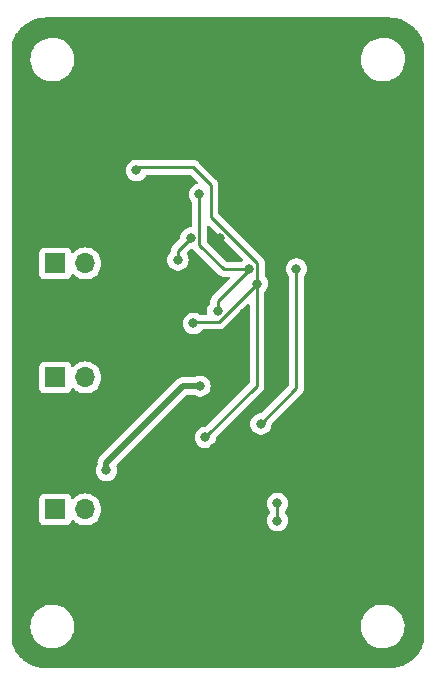
<source format=gbl>
G04 #@! TF.GenerationSoftware,KiCad,Pcbnew,7.0.10*
G04 #@! TF.CreationDate,2024-11-08T18:26:31-05:00*
G04 #@! TF.ProjectId,Novel Mechanism 1 Board,4e6f7665-6c20-44d6-9563-68616e69736d,rev?*
G04 #@! TF.SameCoordinates,Original*
G04 #@! TF.FileFunction,Copper,L2,Bot*
G04 #@! TF.FilePolarity,Positive*
%FSLAX46Y46*%
G04 Gerber Fmt 4.6, Leading zero omitted, Abs format (unit mm)*
G04 Created by KiCad (PCBNEW 7.0.10) date 2024-11-08 18:26:31*
%MOMM*%
%LPD*%
G01*
G04 APERTURE LIST*
G04 #@! TA.AperFunction,ComponentPad*
%ADD10R,1.700000X1.700000*%
G04 #@! TD*
G04 #@! TA.AperFunction,ComponentPad*
%ADD11O,1.700000X1.700000*%
G04 #@! TD*
G04 #@! TA.AperFunction,ViaPad*
%ADD12C,0.800000*%
G04 #@! TD*
G04 #@! TA.AperFunction,Conductor*
%ADD13C,0.500000*%
G04 #@! TD*
G04 #@! TA.AperFunction,Conductor*
%ADD14C,0.250000*%
G04 #@! TD*
G04 APERTURE END LIST*
D10*
X23368000Y-50546000D03*
D11*
X25908000Y-50546000D03*
D10*
X23368000Y-61722000D03*
D11*
X25908000Y-61722000D03*
D10*
X23363000Y-40894000D03*
D11*
X25903000Y-40894000D03*
D12*
X27686000Y-58420000D03*
X35610800Y-51282600D03*
X27940000Y-43180000D03*
X31242000Y-60960000D03*
X23495000Y-30480000D03*
X33020000Y-45085000D03*
X28956000Y-64262000D03*
X32385000Y-62230000D03*
X31115000Y-56515000D03*
X51308000Y-55880000D03*
X26035000Y-29210000D03*
X44450000Y-54610000D03*
X29210000Y-53975000D03*
X41910000Y-33020000D03*
X43815000Y-40005000D03*
X46482000Y-39880000D03*
X36830000Y-57785000D03*
X29845000Y-59690000D03*
X48260000Y-31750000D03*
X34290000Y-57785000D03*
X31115000Y-46355000D03*
X45085000Y-30480000D03*
X32258000Y-35306000D03*
X29210000Y-29210000D03*
X38735000Y-36830000D03*
X29845000Y-64770000D03*
X38735000Y-29210000D03*
X29845000Y-52705000D03*
X42164000Y-66294000D03*
X41910000Y-45085000D03*
X36830000Y-56515000D03*
X43815000Y-38735000D03*
X45720000Y-51435000D03*
X38100000Y-56515000D03*
X33892300Y-42687597D03*
X35560000Y-53975000D03*
X34290000Y-53340000D03*
X35560000Y-29210000D03*
X45085000Y-36195000D03*
X29210000Y-44450000D03*
X39370000Y-45085000D03*
X20955000Y-37465000D03*
X38735000Y-33020000D03*
X27305000Y-38100000D03*
X24130000Y-52705000D03*
X20955000Y-64135000D03*
X28320250Y-52450250D03*
X32385000Y-29210000D03*
X25543700Y-48087399D03*
X41910000Y-40005000D03*
X31115000Y-44450000D03*
X38100000Y-57785000D03*
X42824400Y-58572400D03*
X41910000Y-36195000D03*
X38100000Y-55245000D03*
X46228000Y-59182000D03*
X41910000Y-29210000D03*
X51308000Y-33020000D03*
X37338000Y-38771178D03*
X27940000Y-61595000D03*
X42418000Y-46482000D03*
X20955000Y-34925000D03*
X21590000Y-32385000D03*
X35052000Y-45974000D03*
X36068000Y-55626000D03*
X40466200Y-42591200D03*
X30226000Y-33020000D03*
X40767000Y-54483000D03*
X39741200Y-41372000D03*
X43775321Y-41372000D03*
X35560000Y-35052000D03*
X37127558Y-44904536D03*
X42164000Y-61214000D03*
X42164000Y-62664000D03*
X34835000Y-38735000D03*
X33745000Y-40589200D03*
D13*
X34159499Y-51282600D02*
X27686000Y-57756099D01*
X35610800Y-51282600D02*
X34159499Y-51282600D01*
X27686000Y-57756099D02*
X27686000Y-58420000D01*
D14*
X35052000Y-32766000D02*
X36544527Y-34258527D01*
X37215000Y-45842400D02*
X40466200Y-42591200D01*
X40466200Y-40874073D02*
X40466200Y-42591200D01*
X36544527Y-34258527D02*
X36544527Y-36952400D01*
X35183600Y-45842400D02*
X37215000Y-45842400D01*
X36068000Y-55626000D02*
X40440800Y-51253200D01*
X40440800Y-51253200D02*
X40440800Y-42616600D01*
X36544527Y-36952400D02*
X40466200Y-40874073D01*
X35052000Y-45974000D02*
X35183600Y-45842400D01*
X40440800Y-42616600D02*
X40466200Y-42591200D01*
X30226000Y-33020000D02*
X30480000Y-32766000D01*
X30480000Y-32766000D02*
X35052000Y-32766000D01*
X37127558Y-44101642D02*
X37127558Y-44904536D01*
X35560000Y-39319200D02*
X35560000Y-35052000D01*
X39741200Y-41372000D02*
X39741200Y-41488000D01*
X39741200Y-41372000D02*
X37612800Y-41372000D01*
X39741200Y-41488000D02*
X37127558Y-44101642D01*
X40767000Y-54483000D02*
X43775321Y-51474679D01*
X37612800Y-41372000D02*
X35560000Y-39319200D01*
X43775321Y-51474679D02*
X43775321Y-41372000D01*
X42164000Y-62664000D02*
X42164000Y-61214000D01*
X33745000Y-39825000D02*
X34835000Y-38735000D01*
X33745000Y-40589200D02*
X33745000Y-39825000D01*
G04 #@! TA.AperFunction,Conductor*
G36*
X36390703Y-37683612D02*
G01*
X36397180Y-37689643D01*
X37803964Y-39096428D01*
X39189813Y-40482277D01*
X39223298Y-40543600D01*
X39218314Y-40613292D01*
X39176442Y-40669225D01*
X39175019Y-40670275D01*
X39135328Y-40699112D01*
X39135326Y-40699114D01*
X39129600Y-40705474D01*
X39070113Y-40742121D01*
X39037452Y-40746500D01*
X37923252Y-40746500D01*
X37856213Y-40726815D01*
X37835571Y-40710181D01*
X36221819Y-39096428D01*
X36188334Y-39035105D01*
X36185500Y-39008747D01*
X36185500Y-37777325D01*
X36205185Y-37710286D01*
X36257989Y-37664531D01*
X36327147Y-37654587D01*
X36390703Y-37683612D01*
G37*
G04 #@! TD.AperFunction*
G04 #@! TA.AperFunction,Conductor*
G36*
X51664043Y-20066669D02*
G01*
X51794179Y-20073490D01*
X51974708Y-20083628D01*
X51987109Y-20084955D01*
X52135790Y-20108504D01*
X52137045Y-20108709D01*
X52296124Y-20135738D01*
X52307406Y-20138202D01*
X52456435Y-20178134D01*
X52458561Y-20178725D01*
X52609974Y-20222347D01*
X52620060Y-20225729D01*
X52765510Y-20281562D01*
X52768399Y-20282714D01*
X52912568Y-20342430D01*
X52921394Y-20346500D01*
X53060864Y-20417565D01*
X53064548Y-20419521D01*
X53154648Y-20469316D01*
X53200348Y-20494574D01*
X53207861Y-20499081D01*
X53339554Y-20584604D01*
X53343747Y-20587452D01*
X53469947Y-20676996D01*
X53476228Y-20681759D01*
X53598367Y-20780665D01*
X53602958Y-20784571D01*
X53718224Y-20887579D01*
X53723278Y-20892358D01*
X53834440Y-21003520D01*
X53839219Y-21008574D01*
X53942227Y-21123840D01*
X53946133Y-21128431D01*
X54045039Y-21250570D01*
X54049802Y-21256851D01*
X54139346Y-21383051D01*
X54142209Y-21387266D01*
X54227707Y-21518921D01*
X54232230Y-21526460D01*
X54307277Y-21662250D01*
X54309233Y-21665934D01*
X54380298Y-21805404D01*
X54384375Y-21814247D01*
X54444059Y-21958337D01*
X54445262Y-21961353D01*
X54501065Y-22106727D01*
X54504455Y-22116836D01*
X54548058Y-22268185D01*
X54548679Y-22270419D01*
X54588591Y-22419371D01*
X54591064Y-22430693D01*
X54608248Y-22531826D01*
X54610000Y-22552598D01*
X54610000Y-72672000D01*
X54608248Y-72692772D01*
X54591064Y-72793906D01*
X54588591Y-72805228D01*
X54548679Y-72954179D01*
X54548058Y-72956413D01*
X54504455Y-73107762D01*
X54501065Y-73117871D01*
X54445262Y-73263245D01*
X54444059Y-73266261D01*
X54384375Y-73410351D01*
X54380298Y-73419194D01*
X54309233Y-73558664D01*
X54307277Y-73562348D01*
X54232230Y-73698138D01*
X54227697Y-73705694D01*
X54142212Y-73837328D01*
X54139346Y-73841547D01*
X54049802Y-73967747D01*
X54045039Y-73974028D01*
X53946133Y-74096167D01*
X53942227Y-74100758D01*
X53839219Y-74216024D01*
X53834440Y-74221078D01*
X53723278Y-74332240D01*
X53718224Y-74337019D01*
X53602958Y-74440027D01*
X53598367Y-74443933D01*
X53476228Y-74542839D01*
X53469947Y-74547602D01*
X53343747Y-74637146D01*
X53339528Y-74640012D01*
X53207894Y-74725497D01*
X53200338Y-74730030D01*
X53064548Y-74805077D01*
X53060864Y-74807033D01*
X52921394Y-74878098D01*
X52912551Y-74882175D01*
X52768461Y-74941859D01*
X52765445Y-74943062D01*
X52620071Y-74998865D01*
X52609962Y-75002255D01*
X52458613Y-75045858D01*
X52456379Y-75046479D01*
X52307428Y-75086391D01*
X52296104Y-75088864D01*
X52137083Y-75115882D01*
X52135711Y-75116107D01*
X51987132Y-75139640D01*
X51974687Y-75140972D01*
X51794377Y-75151098D01*
X51793914Y-75151123D01*
X51664043Y-75157930D01*
X51657553Y-75158100D01*
X22561247Y-75158100D01*
X22554757Y-75157930D01*
X22424884Y-75151123D01*
X22424421Y-75151098D01*
X22244111Y-75140972D01*
X22231666Y-75139640D01*
X22083087Y-75116107D01*
X22081715Y-75115882D01*
X21922694Y-75088864D01*
X21911370Y-75086391D01*
X21762419Y-75046479D01*
X21760185Y-75045858D01*
X21608836Y-75002255D01*
X21598727Y-74998865D01*
X21453353Y-74943062D01*
X21450337Y-74941859D01*
X21306247Y-74882175D01*
X21297404Y-74878098D01*
X21157934Y-74807033D01*
X21154250Y-74805077D01*
X21018460Y-74730030D01*
X21010921Y-74725507D01*
X20879266Y-74640009D01*
X20875051Y-74637146D01*
X20748851Y-74547602D01*
X20742570Y-74542839D01*
X20620431Y-74443933D01*
X20615840Y-74440027D01*
X20500574Y-74337019D01*
X20495520Y-74332240D01*
X20384358Y-74221078D01*
X20379579Y-74216024D01*
X20276571Y-74100758D01*
X20272665Y-74096167D01*
X20173759Y-73974028D01*
X20168996Y-73967747D01*
X20079452Y-73841547D01*
X20076604Y-73837354D01*
X19991081Y-73705661D01*
X19986568Y-73698138D01*
X19911521Y-73562348D01*
X19909565Y-73558664D01*
X19838500Y-73419194D01*
X19834430Y-73410368D01*
X19774714Y-73266199D01*
X19773562Y-73263310D01*
X19717729Y-73117860D01*
X19714345Y-73107768D01*
X19689846Y-73022728D01*
X19685000Y-72988401D01*
X19685000Y-71692763D01*
X21255787Y-71692763D01*
X21285413Y-71962013D01*
X21285415Y-71962024D01*
X21336676Y-72158100D01*
X21353928Y-72224088D01*
X21459870Y-72473390D01*
X21581080Y-72672000D01*
X21600979Y-72704605D01*
X21600986Y-72704615D01*
X21774253Y-72912819D01*
X21774259Y-72912824D01*
X21879240Y-73006887D01*
X21975998Y-73093582D01*
X22201910Y-73243044D01*
X22447176Y-73358020D01*
X22447183Y-73358022D01*
X22447185Y-73358023D01*
X22706557Y-73436057D01*
X22706564Y-73436058D01*
X22706569Y-73436060D01*
X22974561Y-73475500D01*
X22974566Y-73475500D01*
X23177629Y-73475500D01*
X23177631Y-73475500D01*
X23177636Y-73475499D01*
X23177648Y-73475499D01*
X23215191Y-73472750D01*
X23380156Y-73460677D01*
X23492758Y-73435593D01*
X23644546Y-73401782D01*
X23644548Y-73401781D01*
X23644553Y-73401780D01*
X23897558Y-73305014D01*
X24133777Y-73172441D01*
X24348177Y-73006888D01*
X24536186Y-72811881D01*
X24693799Y-72591579D01*
X24767787Y-72447669D01*
X24817649Y-72350690D01*
X24817651Y-72350684D01*
X24817656Y-72350675D01*
X24905118Y-72094305D01*
X24954319Y-71827933D01*
X24959259Y-71692763D01*
X49225787Y-71692763D01*
X49255413Y-71962013D01*
X49255415Y-71962024D01*
X49306676Y-72158100D01*
X49323928Y-72224088D01*
X49429870Y-72473390D01*
X49551080Y-72672000D01*
X49570979Y-72704605D01*
X49570986Y-72704615D01*
X49744253Y-72912819D01*
X49744259Y-72912824D01*
X49849240Y-73006887D01*
X49945998Y-73093582D01*
X50171910Y-73243044D01*
X50417176Y-73358020D01*
X50417183Y-73358022D01*
X50417185Y-73358023D01*
X50676557Y-73436057D01*
X50676564Y-73436058D01*
X50676569Y-73436060D01*
X50944561Y-73475500D01*
X50944566Y-73475500D01*
X51147629Y-73475500D01*
X51147631Y-73475500D01*
X51147636Y-73475499D01*
X51147648Y-73475499D01*
X51185191Y-73472750D01*
X51350156Y-73460677D01*
X51462758Y-73435593D01*
X51614546Y-73401782D01*
X51614548Y-73401781D01*
X51614553Y-73401780D01*
X51867558Y-73305014D01*
X52103777Y-73172441D01*
X52318177Y-73006888D01*
X52506186Y-72811881D01*
X52663799Y-72591579D01*
X52737787Y-72447669D01*
X52787649Y-72350690D01*
X52787651Y-72350684D01*
X52787656Y-72350675D01*
X52875118Y-72094305D01*
X52924319Y-71827933D01*
X52934212Y-71557235D01*
X52904586Y-71287982D01*
X52836072Y-71025912D01*
X52730130Y-70776610D01*
X52589018Y-70545390D01*
X52499747Y-70438119D01*
X52415746Y-70337180D01*
X52415740Y-70337175D01*
X52214002Y-70156418D01*
X51988092Y-70006957D01*
X51988090Y-70006956D01*
X51742824Y-69891980D01*
X51742819Y-69891978D01*
X51742814Y-69891976D01*
X51483442Y-69813942D01*
X51483428Y-69813939D01*
X51367791Y-69796921D01*
X51215439Y-69774500D01*
X51012369Y-69774500D01*
X51012351Y-69774500D01*
X50809844Y-69789323D01*
X50809831Y-69789325D01*
X50545453Y-69848217D01*
X50545446Y-69848220D01*
X50292439Y-69944987D01*
X50056226Y-70077557D01*
X49841822Y-70243112D01*
X49653822Y-70438109D01*
X49653816Y-70438116D01*
X49496202Y-70658419D01*
X49496199Y-70658424D01*
X49372350Y-70899309D01*
X49372343Y-70899327D01*
X49284884Y-71155685D01*
X49284881Y-71155699D01*
X49235681Y-71422068D01*
X49235680Y-71422075D01*
X49225787Y-71692763D01*
X24959259Y-71692763D01*
X24964212Y-71557235D01*
X24934586Y-71287982D01*
X24866072Y-71025912D01*
X24760130Y-70776610D01*
X24619018Y-70545390D01*
X24529747Y-70438119D01*
X24445746Y-70337180D01*
X24445740Y-70337175D01*
X24244002Y-70156418D01*
X24018092Y-70006957D01*
X24018090Y-70006956D01*
X23772824Y-69891980D01*
X23772819Y-69891978D01*
X23772814Y-69891976D01*
X23513442Y-69813942D01*
X23513428Y-69813939D01*
X23397791Y-69796921D01*
X23245439Y-69774500D01*
X23042369Y-69774500D01*
X23042351Y-69774500D01*
X22839844Y-69789323D01*
X22839831Y-69789325D01*
X22575453Y-69848217D01*
X22575446Y-69848220D01*
X22322439Y-69944987D01*
X22086226Y-70077557D01*
X21871822Y-70243112D01*
X21683822Y-70438109D01*
X21683816Y-70438116D01*
X21526202Y-70658419D01*
X21526199Y-70658424D01*
X21402350Y-70899309D01*
X21402343Y-70899327D01*
X21314884Y-71155685D01*
X21314881Y-71155699D01*
X21265681Y-71422068D01*
X21265680Y-71422075D01*
X21255787Y-71692763D01*
X19685000Y-71692763D01*
X19685000Y-62619870D01*
X22017500Y-62619870D01*
X22017501Y-62619876D01*
X22023908Y-62679483D01*
X22074202Y-62814328D01*
X22074206Y-62814335D01*
X22160452Y-62929544D01*
X22160455Y-62929547D01*
X22275664Y-63015793D01*
X22275671Y-63015797D01*
X22410517Y-63066091D01*
X22410516Y-63066091D01*
X22417444Y-63066835D01*
X22470127Y-63072500D01*
X24265872Y-63072499D01*
X24325483Y-63066091D01*
X24460331Y-63015796D01*
X24575546Y-62929546D01*
X24661796Y-62814331D01*
X24710810Y-62682916D01*
X24752681Y-62626984D01*
X24818145Y-62602566D01*
X24886418Y-62617417D01*
X24914673Y-62638569D01*
X25036599Y-62760495D01*
X25133384Y-62828265D01*
X25230165Y-62896032D01*
X25230167Y-62896033D01*
X25230170Y-62896035D01*
X25444337Y-62995903D01*
X25672592Y-63057063D01*
X25849034Y-63072500D01*
X25907999Y-63077659D01*
X25908000Y-63077659D01*
X25908001Y-63077659D01*
X25966966Y-63072500D01*
X26143408Y-63057063D01*
X26371663Y-62995903D01*
X26585830Y-62896035D01*
X26779401Y-62760495D01*
X26875896Y-62664000D01*
X41258540Y-62664000D01*
X41278326Y-62852256D01*
X41278327Y-62852259D01*
X41336818Y-63032277D01*
X41336821Y-63032284D01*
X41431467Y-63196216D01*
X41558129Y-63336888D01*
X41711265Y-63448148D01*
X41711270Y-63448151D01*
X41884192Y-63525142D01*
X41884197Y-63525144D01*
X42069354Y-63564500D01*
X42069355Y-63564500D01*
X42258644Y-63564500D01*
X42258646Y-63564500D01*
X42443803Y-63525144D01*
X42616730Y-63448151D01*
X42769871Y-63336888D01*
X42896533Y-63196216D01*
X42991179Y-63032284D01*
X43049674Y-62852256D01*
X43069460Y-62664000D01*
X43049674Y-62475744D01*
X42991179Y-62295716D01*
X42896533Y-62131784D01*
X42821350Y-62048284D01*
X42791120Y-61985292D01*
X42789500Y-61965312D01*
X42789500Y-61912687D01*
X42809185Y-61845648D01*
X42821350Y-61829715D01*
X42839891Y-61809122D01*
X42896533Y-61746216D01*
X42991179Y-61582284D01*
X43049674Y-61402256D01*
X43069460Y-61214000D01*
X43049674Y-61025744D01*
X42991179Y-60845716D01*
X42896533Y-60681784D01*
X42769871Y-60541112D01*
X42733181Y-60514455D01*
X42616734Y-60429851D01*
X42616729Y-60429848D01*
X42443807Y-60352857D01*
X42443802Y-60352855D01*
X42298001Y-60321865D01*
X42258646Y-60313500D01*
X42069354Y-60313500D01*
X42036897Y-60320398D01*
X41884197Y-60352855D01*
X41884192Y-60352857D01*
X41711270Y-60429848D01*
X41711265Y-60429851D01*
X41558129Y-60541111D01*
X41431466Y-60681785D01*
X41336821Y-60845715D01*
X41336818Y-60845722D01*
X41278327Y-61025740D01*
X41278326Y-61025744D01*
X41258540Y-61214000D01*
X41278326Y-61402256D01*
X41278327Y-61402259D01*
X41336818Y-61582277D01*
X41336821Y-61582284D01*
X41431467Y-61746216D01*
X41474772Y-61794310D01*
X41506650Y-61829715D01*
X41536880Y-61892706D01*
X41538500Y-61912687D01*
X41538500Y-61965312D01*
X41518815Y-62032351D01*
X41506650Y-62048284D01*
X41431466Y-62131784D01*
X41336821Y-62295715D01*
X41336818Y-62295722D01*
X41278327Y-62475740D01*
X41278326Y-62475744D01*
X41258540Y-62664000D01*
X26875896Y-62664000D01*
X26946495Y-62593401D01*
X27082035Y-62399830D01*
X27181903Y-62185663D01*
X27243063Y-61957408D01*
X27263659Y-61722000D01*
X27243063Y-61486592D01*
X27181903Y-61258337D01*
X27082035Y-61044171D01*
X27069133Y-61025744D01*
X26946494Y-60850597D01*
X26779402Y-60683506D01*
X26779395Y-60683501D01*
X26776944Y-60681785D01*
X26702518Y-60629671D01*
X26585834Y-60547967D01*
X26585830Y-60547965D01*
X26571132Y-60541111D01*
X26371663Y-60448097D01*
X26371659Y-60448096D01*
X26371655Y-60448094D01*
X26143413Y-60386938D01*
X26143403Y-60386936D01*
X25908001Y-60366341D01*
X25907999Y-60366341D01*
X25672596Y-60386936D01*
X25672586Y-60386938D01*
X25444344Y-60448094D01*
X25444335Y-60448098D01*
X25230171Y-60547964D01*
X25230169Y-60547965D01*
X25036600Y-60683503D01*
X24914673Y-60805430D01*
X24853350Y-60838914D01*
X24783658Y-60833930D01*
X24727725Y-60792058D01*
X24710810Y-60761081D01*
X24661797Y-60629671D01*
X24661793Y-60629664D01*
X24575547Y-60514455D01*
X24575544Y-60514452D01*
X24460335Y-60428206D01*
X24460328Y-60428202D01*
X24325482Y-60377908D01*
X24325483Y-60377908D01*
X24265883Y-60371501D01*
X24265881Y-60371500D01*
X24265873Y-60371500D01*
X24265864Y-60371500D01*
X22470129Y-60371500D01*
X22470123Y-60371501D01*
X22410516Y-60377908D01*
X22275671Y-60428202D01*
X22275664Y-60428206D01*
X22160455Y-60514452D01*
X22160452Y-60514455D01*
X22074206Y-60629664D01*
X22074202Y-60629671D01*
X22023908Y-60764517D01*
X22017501Y-60824116D01*
X22017500Y-60824135D01*
X22017500Y-62619870D01*
X19685000Y-62619870D01*
X19685000Y-58420000D01*
X26780540Y-58420000D01*
X26800326Y-58608256D01*
X26800327Y-58608259D01*
X26858818Y-58788277D01*
X26858821Y-58788284D01*
X26953467Y-58952216D01*
X27080129Y-59092888D01*
X27233265Y-59204148D01*
X27233270Y-59204151D01*
X27406192Y-59281142D01*
X27406197Y-59281144D01*
X27591354Y-59320500D01*
X27591355Y-59320500D01*
X27780644Y-59320500D01*
X27780646Y-59320500D01*
X27965803Y-59281144D01*
X28138730Y-59204151D01*
X28291871Y-59092888D01*
X28418533Y-58952216D01*
X28513179Y-58788284D01*
X28571674Y-58608256D01*
X28591460Y-58420000D01*
X28571674Y-58231744D01*
X28521594Y-58077617D01*
X28519600Y-58007778D01*
X28551843Y-57951622D01*
X34434048Y-52069419D01*
X34495371Y-52035934D01*
X34521729Y-52033100D01*
X35071463Y-52033100D01*
X35138502Y-52052785D01*
X35144348Y-52056782D01*
X35158065Y-52066748D01*
X35158070Y-52066751D01*
X35330992Y-52143742D01*
X35330997Y-52143744D01*
X35516154Y-52183100D01*
X35516155Y-52183100D01*
X35705444Y-52183100D01*
X35705446Y-52183100D01*
X35890603Y-52143744D01*
X36063530Y-52066751D01*
X36216671Y-51955488D01*
X36343333Y-51814816D01*
X36437979Y-51650884D01*
X36496474Y-51470856D01*
X36516260Y-51282600D01*
X36496474Y-51094344D01*
X36437979Y-50914316D01*
X36343333Y-50750384D01*
X36216671Y-50609712D01*
X36208907Y-50604071D01*
X36063534Y-50498451D01*
X36063529Y-50498448D01*
X35890607Y-50421457D01*
X35890602Y-50421455D01*
X35744801Y-50390465D01*
X35705446Y-50382100D01*
X35516154Y-50382100D01*
X35483697Y-50388998D01*
X35330997Y-50421455D01*
X35330992Y-50421457D01*
X35158070Y-50498448D01*
X35158065Y-50498451D01*
X35144348Y-50508418D01*
X35078542Y-50531898D01*
X35071463Y-50532100D01*
X34223204Y-50532100D01*
X34205234Y-50530791D01*
X34181471Y-50527310D01*
X34134342Y-50531434D01*
X34132129Y-50531628D01*
X34121323Y-50532100D01*
X34115783Y-50532100D01*
X34085000Y-50535698D01*
X34081415Y-50536064D01*
X34006698Y-50542601D01*
X33999631Y-50544060D01*
X33999619Y-50544004D01*
X33992262Y-50545635D01*
X33992276Y-50545692D01*
X33985239Y-50547360D01*
X33914730Y-50573021D01*
X33911329Y-50574203D01*
X33840167Y-50597784D01*
X33833625Y-50600835D01*
X33833600Y-50600783D01*
X33826807Y-50604071D01*
X33826833Y-50604122D01*
X33820385Y-50607360D01*
X33757727Y-50648570D01*
X33754690Y-50650505D01*
X33690843Y-50689888D01*
X33685176Y-50694369D01*
X33685140Y-50694323D01*
X33679297Y-50699084D01*
X33679334Y-50699128D01*
X33673809Y-50703764D01*
X33622347Y-50758309D01*
X33619835Y-50760894D01*
X27200358Y-57180371D01*
X27186729Y-57192150D01*
X27167469Y-57206489D01*
X27135632Y-57244430D01*
X27128346Y-57252383D01*
X27124407Y-57256323D01*
X27105176Y-57280644D01*
X27102902Y-57283436D01*
X27054694Y-57340889D01*
X27050729Y-57346918D01*
X27050682Y-57346887D01*
X27046630Y-57353246D01*
X27046679Y-57353276D01*
X27042889Y-57359420D01*
X27011192Y-57427393D01*
X27009623Y-57430635D01*
X26975957Y-57497671D01*
X26973488Y-57504456D01*
X26973432Y-57504435D01*
X26970960Y-57511549D01*
X26971015Y-57511568D01*
X26968743Y-57518424D01*
X26953573Y-57591887D01*
X26952793Y-57595403D01*
X26935499Y-57668378D01*
X26934661Y-57675553D01*
X26934601Y-57675546D01*
X26933835Y-57683044D01*
X26933895Y-57683050D01*
X26933265Y-57690239D01*
X26935448Y-57765227D01*
X26935500Y-57768834D01*
X26935500Y-57885677D01*
X26918887Y-57947677D01*
X26858821Y-58051714D01*
X26850404Y-58077620D01*
X26800326Y-58231744D01*
X26780540Y-58420000D01*
X19685000Y-58420000D01*
X19685000Y-51443870D01*
X22017500Y-51443870D01*
X22017501Y-51443876D01*
X22023908Y-51503483D01*
X22074202Y-51638328D01*
X22074206Y-51638335D01*
X22160452Y-51753544D01*
X22160455Y-51753547D01*
X22275664Y-51839793D01*
X22275671Y-51839797D01*
X22410517Y-51890091D01*
X22410516Y-51890091D01*
X22417444Y-51890835D01*
X22470127Y-51896500D01*
X24265872Y-51896499D01*
X24325483Y-51890091D01*
X24460331Y-51839796D01*
X24575546Y-51753546D01*
X24661796Y-51638331D01*
X24710810Y-51506916D01*
X24752681Y-51450984D01*
X24818145Y-51426566D01*
X24886418Y-51441417D01*
X24914673Y-51462569D01*
X25036599Y-51584495D01*
X25130971Y-51650575D01*
X25230165Y-51720032D01*
X25230167Y-51720033D01*
X25230170Y-51720035D01*
X25444337Y-51819903D01*
X25672592Y-51881063D01*
X25849034Y-51896500D01*
X25907999Y-51901659D01*
X25908000Y-51901659D01*
X25908001Y-51901659D01*
X25966966Y-51896500D01*
X26143408Y-51881063D01*
X26371663Y-51819903D01*
X26585830Y-51720035D01*
X26779401Y-51584495D01*
X26946495Y-51417401D01*
X27082035Y-51223830D01*
X27181903Y-51009663D01*
X27243063Y-50781408D01*
X27263659Y-50546000D01*
X27243063Y-50310592D01*
X27181903Y-50082337D01*
X27082035Y-49868171D01*
X26946495Y-49674599D01*
X26946494Y-49674597D01*
X26779402Y-49507506D01*
X26779395Y-49507501D01*
X26585834Y-49371967D01*
X26585830Y-49371965D01*
X26585828Y-49371964D01*
X26371663Y-49272097D01*
X26371659Y-49272096D01*
X26371655Y-49272094D01*
X26143413Y-49210938D01*
X26143403Y-49210936D01*
X25908001Y-49190341D01*
X25907999Y-49190341D01*
X25672596Y-49210936D01*
X25672586Y-49210938D01*
X25444344Y-49272094D01*
X25444335Y-49272098D01*
X25230171Y-49371964D01*
X25230169Y-49371965D01*
X25036600Y-49507503D01*
X24914673Y-49629430D01*
X24853350Y-49662914D01*
X24783658Y-49657930D01*
X24727725Y-49616058D01*
X24710810Y-49585081D01*
X24661797Y-49453671D01*
X24661793Y-49453664D01*
X24575547Y-49338455D01*
X24575544Y-49338452D01*
X24460335Y-49252206D01*
X24460328Y-49252202D01*
X24325482Y-49201908D01*
X24325483Y-49201908D01*
X24265883Y-49195501D01*
X24265881Y-49195500D01*
X24265873Y-49195500D01*
X24265864Y-49195500D01*
X22470129Y-49195500D01*
X22470123Y-49195501D01*
X22410516Y-49201908D01*
X22275671Y-49252202D01*
X22275664Y-49252206D01*
X22160455Y-49338452D01*
X22160452Y-49338455D01*
X22074206Y-49453664D01*
X22074202Y-49453671D01*
X22023908Y-49588517D01*
X22017501Y-49648116D01*
X22017500Y-49648135D01*
X22017500Y-51443870D01*
X19685000Y-51443870D01*
X19685000Y-41791870D01*
X22012500Y-41791870D01*
X22012501Y-41791876D01*
X22018908Y-41851483D01*
X22069202Y-41986328D01*
X22069206Y-41986335D01*
X22155452Y-42101544D01*
X22155455Y-42101547D01*
X22270664Y-42187793D01*
X22270671Y-42187797D01*
X22405517Y-42238091D01*
X22405516Y-42238091D01*
X22412444Y-42238835D01*
X22465127Y-42244500D01*
X24260872Y-42244499D01*
X24320483Y-42238091D01*
X24455331Y-42187796D01*
X24570546Y-42101546D01*
X24656796Y-41986331D01*
X24705810Y-41854916D01*
X24747681Y-41798984D01*
X24813145Y-41774566D01*
X24881418Y-41789417D01*
X24909673Y-41810569D01*
X25031599Y-41932495D01*
X25108925Y-41986639D01*
X25225165Y-42068032D01*
X25225167Y-42068033D01*
X25225170Y-42068035D01*
X25439337Y-42167903D01*
X25667592Y-42229063D01*
X25844034Y-42244500D01*
X25902999Y-42249659D01*
X25903000Y-42249659D01*
X25903001Y-42249659D01*
X25961966Y-42244500D01*
X26138408Y-42229063D01*
X26366663Y-42167903D01*
X26580830Y-42068035D01*
X26774401Y-41932495D01*
X26941495Y-41765401D01*
X27077035Y-41571830D01*
X27176903Y-41357663D01*
X27238063Y-41129408D01*
X27258659Y-40894000D01*
X27238063Y-40658592D01*
X27176903Y-40430337D01*
X27077035Y-40216171D01*
X26941495Y-40022599D01*
X26941494Y-40022597D01*
X26774402Y-39855506D01*
X26774395Y-39855501D01*
X26580834Y-39719967D01*
X26580830Y-39719965D01*
X26545894Y-39703674D01*
X26366663Y-39620097D01*
X26366659Y-39620096D01*
X26366655Y-39620094D01*
X26138413Y-39558938D01*
X26138403Y-39558936D01*
X25903001Y-39538341D01*
X25902999Y-39538341D01*
X25667596Y-39558936D01*
X25667586Y-39558938D01*
X25439344Y-39620094D01*
X25439335Y-39620098D01*
X25225171Y-39719964D01*
X25225169Y-39719965D01*
X25031600Y-39855503D01*
X24909673Y-39977430D01*
X24848350Y-40010914D01*
X24778658Y-40005930D01*
X24722725Y-39964058D01*
X24705810Y-39933081D01*
X24656797Y-39801671D01*
X24656793Y-39801664D01*
X24570547Y-39686455D01*
X24570544Y-39686452D01*
X24455335Y-39600206D01*
X24455328Y-39600202D01*
X24320482Y-39549908D01*
X24320483Y-39549908D01*
X24260883Y-39543501D01*
X24260881Y-39543500D01*
X24260873Y-39543500D01*
X24260864Y-39543500D01*
X22465129Y-39543500D01*
X22465123Y-39543501D01*
X22405516Y-39549908D01*
X22270671Y-39600202D01*
X22270664Y-39600206D01*
X22155455Y-39686452D01*
X22155452Y-39686455D01*
X22069206Y-39801664D01*
X22069202Y-39801671D01*
X22018908Y-39936517D01*
X22012501Y-39996116D01*
X22012500Y-39996135D01*
X22012500Y-41791870D01*
X19685000Y-41791870D01*
X19685000Y-33020000D01*
X29320540Y-33020000D01*
X29340326Y-33208256D01*
X29340327Y-33208259D01*
X29398818Y-33388277D01*
X29398821Y-33388284D01*
X29493467Y-33552216D01*
X29620129Y-33692888D01*
X29773265Y-33804148D01*
X29773270Y-33804151D01*
X29946192Y-33881142D01*
X29946197Y-33881144D01*
X30131354Y-33920500D01*
X30131355Y-33920500D01*
X30320644Y-33920500D01*
X30320646Y-33920500D01*
X30505803Y-33881144D01*
X30678730Y-33804151D01*
X30831871Y-33692888D01*
X30958533Y-33552216D01*
X30971002Y-33530617D01*
X31015527Y-33453500D01*
X31066094Y-33405284D01*
X31122914Y-33391500D01*
X34741548Y-33391500D01*
X34808587Y-33411185D01*
X34829229Y-33427819D01*
X35376072Y-33974663D01*
X35409557Y-34035986D01*
X35404573Y-34105678D01*
X35362701Y-34161611D01*
X35314173Y-34183634D01*
X35280196Y-34190856D01*
X35280192Y-34190857D01*
X35107270Y-34267848D01*
X35107265Y-34267851D01*
X34954129Y-34379111D01*
X34827466Y-34519785D01*
X34732821Y-34683715D01*
X34732818Y-34683722D01*
X34674327Y-34863740D01*
X34674326Y-34863744D01*
X34654540Y-35052000D01*
X34674326Y-35240256D01*
X34674327Y-35240259D01*
X34732818Y-35420277D01*
X34732821Y-35420284D01*
X34827467Y-35584216D01*
X34870772Y-35632310D01*
X34902650Y-35667715D01*
X34932880Y-35730706D01*
X34934500Y-35750687D01*
X34934500Y-37710500D01*
X34914815Y-37777539D01*
X34862011Y-37823294D01*
X34810500Y-37834500D01*
X34740354Y-37834500D01*
X34707897Y-37841398D01*
X34555197Y-37873855D01*
X34555192Y-37873857D01*
X34382270Y-37950848D01*
X34382265Y-37950851D01*
X34229129Y-38062111D01*
X34102466Y-38202785D01*
X34007821Y-38366715D01*
X34007818Y-38366722D01*
X33949327Y-38546740D01*
X33949326Y-38546744D01*
X33931679Y-38714649D01*
X33905094Y-38779263D01*
X33896039Y-38789368D01*
X33361208Y-39324199D01*
X33348951Y-39334020D01*
X33349134Y-39334241D01*
X33343122Y-39339214D01*
X33297098Y-39388223D01*
X33294391Y-39391016D01*
X33274889Y-39410517D01*
X33274875Y-39410534D01*
X33272407Y-39413715D01*
X33264843Y-39422570D01*
X33234937Y-39454418D01*
X33234936Y-39454420D01*
X33225284Y-39471976D01*
X33214610Y-39488226D01*
X33202329Y-39504061D01*
X33202324Y-39504068D01*
X33184975Y-39544158D01*
X33179838Y-39554644D01*
X33158803Y-39592906D01*
X33153822Y-39612307D01*
X33147521Y-39630710D01*
X33139562Y-39649102D01*
X33139561Y-39649105D01*
X33132728Y-39692243D01*
X33130360Y-39703674D01*
X33119501Y-39745971D01*
X33119500Y-39745982D01*
X33119500Y-39766016D01*
X33117973Y-39785415D01*
X33114840Y-39805194D01*
X33114840Y-39805195D01*
X33118950Y-39848674D01*
X33119500Y-39860343D01*
X33119500Y-39890512D01*
X33099815Y-39957551D01*
X33087650Y-39973484D01*
X33012466Y-40056984D01*
X32917821Y-40220915D01*
X32917818Y-40220922D01*
X32859327Y-40400940D01*
X32859326Y-40400944D01*
X32839540Y-40589200D01*
X32859326Y-40777456D01*
X32859327Y-40777459D01*
X32917818Y-40957477D01*
X32917821Y-40957484D01*
X33012467Y-41121416D01*
X33019668Y-41129413D01*
X33139129Y-41262088D01*
X33292265Y-41373348D01*
X33292270Y-41373351D01*
X33465192Y-41450342D01*
X33465197Y-41450344D01*
X33650354Y-41489700D01*
X33650355Y-41489700D01*
X33839644Y-41489700D01*
X33839646Y-41489700D01*
X34024803Y-41450344D01*
X34197730Y-41373351D01*
X34350871Y-41262088D01*
X34477533Y-41121416D01*
X34572179Y-40957484D01*
X34630674Y-40777456D01*
X34650460Y-40589200D01*
X34630674Y-40400944D01*
X34572179Y-40220916D01*
X34495850Y-40088711D01*
X34479378Y-40020812D01*
X34502231Y-39954785D01*
X34515544Y-39939044D01*
X34782772Y-39671816D01*
X34844094Y-39638334D01*
X34870452Y-39635500D01*
X34929646Y-39635500D01*
X34935876Y-39634845D01*
X35004606Y-39647411D01*
X35055571Y-39695039D01*
X35061825Y-39705614D01*
X35061833Y-39705624D01*
X35075990Y-39719780D01*
X35088628Y-39734576D01*
X35100405Y-39750786D01*
X35100406Y-39750787D01*
X35134057Y-39778625D01*
X35142698Y-39786488D01*
X37111994Y-41755784D01*
X37121819Y-41768048D01*
X37122040Y-41767866D01*
X37127010Y-41773874D01*
X37176039Y-41819915D01*
X37178836Y-41822626D01*
X37198330Y-41842120D01*
X37201495Y-41844575D01*
X37210371Y-41852156D01*
X37242218Y-41882062D01*
X37242222Y-41882064D01*
X37259773Y-41891713D01*
X37276031Y-41902392D01*
X37291864Y-41914674D01*
X37327210Y-41929968D01*
X37331955Y-41932022D01*
X37342435Y-41937155D01*
X37380708Y-41958197D01*
X37400112Y-41963179D01*
X37418510Y-41969478D01*
X37436905Y-41977438D01*
X37480054Y-41984271D01*
X37491480Y-41986638D01*
X37533781Y-41997500D01*
X37553816Y-41997500D01*
X37573213Y-41999026D01*
X37592996Y-42002160D01*
X37636475Y-41998050D01*
X37648144Y-41997500D01*
X38047748Y-41997500D01*
X38114787Y-42017185D01*
X38160542Y-42069989D01*
X38170486Y-42139147D01*
X38141461Y-42202703D01*
X38135432Y-42209177D01*
X37848827Y-42495781D01*
X36743766Y-43600841D01*
X36731509Y-43610662D01*
X36731692Y-43610883D01*
X36725680Y-43615856D01*
X36679656Y-43664865D01*
X36676949Y-43667658D01*
X36657447Y-43687159D01*
X36657433Y-43687176D01*
X36654965Y-43690357D01*
X36647401Y-43699212D01*
X36617495Y-43731060D01*
X36617494Y-43731062D01*
X36607842Y-43748618D01*
X36597168Y-43764868D01*
X36584887Y-43780703D01*
X36584882Y-43780710D01*
X36567533Y-43820800D01*
X36562396Y-43831286D01*
X36541361Y-43869548D01*
X36536380Y-43888949D01*
X36530079Y-43907352D01*
X36522120Y-43925744D01*
X36522119Y-43925747D01*
X36515286Y-43968885D01*
X36512918Y-43980316D01*
X36502059Y-44022613D01*
X36502058Y-44022624D01*
X36502058Y-44042658D01*
X36500531Y-44062057D01*
X36497398Y-44081836D01*
X36497398Y-44081837D01*
X36501508Y-44125316D01*
X36502058Y-44136985D01*
X36502058Y-44205848D01*
X36482373Y-44272887D01*
X36470208Y-44288820D01*
X36395024Y-44372320D01*
X36300379Y-44536251D01*
X36300376Y-44536258D01*
X36241885Y-44716276D01*
X36241884Y-44716280D01*
X36222098Y-44904536D01*
X36240533Y-45079941D01*
X36227965Y-45148668D01*
X36180233Y-45199692D01*
X36117213Y-45216900D01*
X35582253Y-45216900D01*
X35515214Y-45197215D01*
X35509369Y-45193219D01*
X35504733Y-45189850D01*
X35504729Y-45189848D01*
X35331807Y-45112857D01*
X35331802Y-45112855D01*
X35186001Y-45081865D01*
X35146646Y-45073500D01*
X34957354Y-45073500D01*
X34927065Y-45079938D01*
X34772197Y-45112855D01*
X34772192Y-45112857D01*
X34599270Y-45189848D01*
X34599265Y-45189851D01*
X34446129Y-45301111D01*
X34319466Y-45441785D01*
X34224821Y-45605715D01*
X34224818Y-45605722D01*
X34166327Y-45785740D01*
X34166326Y-45785744D01*
X34146540Y-45974000D01*
X34166326Y-46162256D01*
X34166327Y-46162259D01*
X34224818Y-46342277D01*
X34224821Y-46342284D01*
X34319467Y-46506216D01*
X34446129Y-46646888D01*
X34599265Y-46758148D01*
X34599270Y-46758151D01*
X34772192Y-46835142D01*
X34772197Y-46835144D01*
X34957354Y-46874500D01*
X34957355Y-46874500D01*
X35146644Y-46874500D01*
X35146646Y-46874500D01*
X35331803Y-46835144D01*
X35504730Y-46758151D01*
X35657871Y-46646888D01*
X35782091Y-46508927D01*
X35841578Y-46472279D01*
X35874241Y-46467900D01*
X37132257Y-46467900D01*
X37147877Y-46469624D01*
X37147904Y-46469339D01*
X37155660Y-46470071D01*
X37155667Y-46470073D01*
X37222873Y-46467961D01*
X37226768Y-46467900D01*
X37254346Y-46467900D01*
X37254350Y-46467900D01*
X37258324Y-46467397D01*
X37269963Y-46466480D01*
X37313627Y-46465109D01*
X37332869Y-46459517D01*
X37351912Y-46455574D01*
X37371792Y-46453064D01*
X37412401Y-46436985D01*
X37423444Y-46433203D01*
X37465390Y-46421018D01*
X37482629Y-46410822D01*
X37500103Y-46402262D01*
X37518727Y-46394888D01*
X37518727Y-46394887D01*
X37518732Y-46394886D01*
X37554083Y-46369200D01*
X37563814Y-46362808D01*
X37601420Y-46340570D01*
X37615589Y-46326399D01*
X37630379Y-46313768D01*
X37646587Y-46301994D01*
X37674438Y-46268326D01*
X37682279Y-46259709D01*
X39603620Y-44338368D01*
X39664942Y-44304885D01*
X39734634Y-44309869D01*
X39790567Y-44351741D01*
X39814984Y-44417205D01*
X39815300Y-44426051D01*
X39815300Y-50942747D01*
X39795615Y-51009786D01*
X39778981Y-51030428D01*
X36120228Y-54689181D01*
X36058905Y-54722666D01*
X36032547Y-54725500D01*
X35973354Y-54725500D01*
X35940897Y-54732398D01*
X35788197Y-54764855D01*
X35788192Y-54764857D01*
X35615270Y-54841848D01*
X35615265Y-54841851D01*
X35462129Y-54953111D01*
X35335466Y-55093785D01*
X35240821Y-55257715D01*
X35240818Y-55257722D01*
X35199951Y-55383500D01*
X35182326Y-55437744D01*
X35162540Y-55626000D01*
X35182326Y-55814256D01*
X35182327Y-55814259D01*
X35240818Y-55994277D01*
X35240821Y-55994284D01*
X35335467Y-56158216D01*
X35462129Y-56298888D01*
X35615265Y-56410148D01*
X35615270Y-56410151D01*
X35788192Y-56487142D01*
X35788197Y-56487144D01*
X35973354Y-56526500D01*
X35973355Y-56526500D01*
X36162644Y-56526500D01*
X36162646Y-56526500D01*
X36347803Y-56487144D01*
X36520730Y-56410151D01*
X36673871Y-56298888D01*
X36800533Y-56158216D01*
X36895179Y-55994284D01*
X36953674Y-55814256D01*
X36971321Y-55646345D01*
X36997905Y-55581732D01*
X37006952Y-55571636D01*
X38095588Y-54483000D01*
X39861540Y-54483000D01*
X39881326Y-54671256D01*
X39881327Y-54671259D01*
X39939818Y-54851277D01*
X39939821Y-54851284D01*
X40034467Y-55015216D01*
X40105211Y-55093785D01*
X40161129Y-55155888D01*
X40314265Y-55267148D01*
X40314270Y-55267151D01*
X40487192Y-55344142D01*
X40487197Y-55344144D01*
X40672354Y-55383500D01*
X40672355Y-55383500D01*
X40861644Y-55383500D01*
X40861646Y-55383500D01*
X41046803Y-55344144D01*
X41219730Y-55267151D01*
X41372871Y-55155888D01*
X41499533Y-55015216D01*
X41594179Y-54851284D01*
X41652674Y-54671256D01*
X41670321Y-54503344D01*
X41696904Y-54438734D01*
X41705951Y-54428638D01*
X44159109Y-51975480D01*
X44171363Y-51965665D01*
X44171180Y-51965443D01*
X44177189Y-51960470D01*
X44177198Y-51960465D01*
X44223270Y-51911401D01*
X44225887Y-51908702D01*
X44245441Y-51889150D01*
X44247897Y-51885982D01*
X44255477Y-51877106D01*
X44285383Y-51845261D01*
X44295034Y-51827703D01*
X44305717Y-51811440D01*
X44317994Y-51795615D01*
X44335342Y-51755523D01*
X44340472Y-51745050D01*
X44361518Y-51706771D01*
X44366501Y-51687359D01*
X44372802Y-51668959D01*
X44380758Y-51650575D01*
X44387591Y-51607427D01*
X44389954Y-51596017D01*
X44400821Y-51553698D01*
X44400821Y-51533662D01*
X44402348Y-51514261D01*
X44405481Y-51494483D01*
X44401371Y-51451003D01*
X44400821Y-51439334D01*
X44400821Y-42070687D01*
X44420506Y-42003648D01*
X44432671Y-41987715D01*
X44451212Y-41967122D01*
X44507854Y-41904216D01*
X44602500Y-41740284D01*
X44660995Y-41560256D01*
X44680781Y-41372000D01*
X44660995Y-41183744D01*
X44602500Y-41003716D01*
X44507854Y-40839784D01*
X44381192Y-40699112D01*
X44381191Y-40699111D01*
X44228055Y-40587851D01*
X44228050Y-40587848D01*
X44055128Y-40510857D01*
X44055123Y-40510855D01*
X43879310Y-40473486D01*
X43869967Y-40471500D01*
X43680675Y-40471500D01*
X43671332Y-40473486D01*
X43495518Y-40510855D01*
X43495513Y-40510857D01*
X43322591Y-40587848D01*
X43322586Y-40587851D01*
X43169450Y-40699111D01*
X43042787Y-40839785D01*
X42948142Y-41003715D01*
X42948139Y-41003722D01*
X42907300Y-41129413D01*
X42889647Y-41183744D01*
X42869861Y-41372000D01*
X42889647Y-41560256D01*
X42889648Y-41560259D01*
X42948139Y-41740277D01*
X42948142Y-41740284D01*
X43042788Y-41904216D01*
X43069915Y-41934343D01*
X43117971Y-41987715D01*
X43148201Y-42050706D01*
X43149821Y-42070687D01*
X43149821Y-51164226D01*
X43130136Y-51231265D01*
X43113502Y-51251907D01*
X40819228Y-53546181D01*
X40757905Y-53579666D01*
X40731547Y-53582500D01*
X40672354Y-53582500D01*
X40639897Y-53589398D01*
X40487197Y-53621855D01*
X40487192Y-53621857D01*
X40314270Y-53698848D01*
X40314265Y-53698851D01*
X40161129Y-53810111D01*
X40034466Y-53950785D01*
X39939821Y-54114715D01*
X39939818Y-54114722D01*
X39881327Y-54294740D01*
X39881326Y-54294744D01*
X39861540Y-54483000D01*
X38095588Y-54483000D01*
X40824588Y-51754001D01*
X40836842Y-51744186D01*
X40836659Y-51743964D01*
X40842668Y-51738991D01*
X40842677Y-51738986D01*
X40888749Y-51689922D01*
X40891366Y-51687223D01*
X40910920Y-51667671D01*
X40913376Y-51664503D01*
X40920956Y-51655627D01*
X40950862Y-51623782D01*
X40960515Y-51606220D01*
X40971189Y-51589970D01*
X40983473Y-51574136D01*
X41000819Y-51534050D01*
X41005957Y-51523562D01*
X41011071Y-51514261D01*
X41026997Y-51485292D01*
X41031977Y-51465891D01*
X41038278Y-51447488D01*
X41046238Y-51429096D01*
X41053072Y-51385941D01*
X41055435Y-51374531D01*
X41066300Y-51332219D01*
X41066300Y-51312183D01*
X41067827Y-51292782D01*
X41070960Y-51273004D01*
X41067304Y-51234332D01*
X41066850Y-51229524D01*
X41066300Y-51217855D01*
X41066300Y-43318096D01*
X41085985Y-43251057D01*
X41098150Y-43235124D01*
X41198733Y-43123416D01*
X41293379Y-42959484D01*
X41351874Y-42779456D01*
X41371660Y-42591200D01*
X41351874Y-42402944D01*
X41293379Y-42222916D01*
X41198733Y-42058984D01*
X41123550Y-41975484D01*
X41093320Y-41912492D01*
X41091700Y-41892512D01*
X41091700Y-40956811D01*
X41093424Y-40941197D01*
X41093138Y-40941170D01*
X41093872Y-40933407D01*
X41091761Y-40866217D01*
X41091700Y-40862323D01*
X41091700Y-40834724D01*
X41091700Y-40834723D01*
X41091197Y-40830743D01*
X41090280Y-40819094D01*
X41088909Y-40775446D01*
X41083322Y-40756217D01*
X41079374Y-40737157D01*
X41078068Y-40726815D01*
X41076864Y-40717281D01*
X41060785Y-40676670D01*
X41057004Y-40665625D01*
X41044819Y-40623685D01*
X41034618Y-40606436D01*
X41026060Y-40588967D01*
X41018686Y-40570341D01*
X41018683Y-40570337D01*
X41018683Y-40570336D01*
X40993016Y-40535008D01*
X40986603Y-40525245D01*
X40964372Y-40487656D01*
X40964370Y-40487652D01*
X40964366Y-40487648D01*
X40964363Y-40487644D01*
X40950205Y-40473486D01*
X40937570Y-40458693D01*
X40925793Y-40442485D01*
X40892145Y-40414649D01*
X40883504Y-40406786D01*
X37206346Y-36729628D01*
X37172861Y-36668305D01*
X37170027Y-36641947D01*
X37170027Y-34341269D01*
X37171751Y-34325649D01*
X37171466Y-34325623D01*
X37172198Y-34317867D01*
X37172200Y-34317860D01*
X37170088Y-34250653D01*
X37170027Y-34246758D01*
X37170027Y-34219181D01*
X37170027Y-34219177D01*
X37169523Y-34215192D01*
X37168607Y-34203548D01*
X37167236Y-34159900D01*
X37161649Y-34140671D01*
X37157701Y-34121611D01*
X37155190Y-34101731D01*
X37139115Y-34061131D01*
X37135331Y-34050079D01*
X37123145Y-34008136D01*
X37123143Y-34008133D01*
X37112950Y-33990898D01*
X37104388Y-33973421D01*
X37097014Y-33954796D01*
X37071343Y-33919464D01*
X37064932Y-33909704D01*
X37042697Y-33872107D01*
X37042695Y-33872105D01*
X37042692Y-33872101D01*
X37028533Y-33857942D01*
X37015895Y-33843146D01*
X37004121Y-33826940D01*
X36970467Y-33799099D01*
X36961826Y-33791236D01*
X35552803Y-32382212D01*
X35542980Y-32369950D01*
X35542759Y-32370134D01*
X35537786Y-32364122D01*
X35488776Y-32318099D01*
X35485977Y-32315386D01*
X35466477Y-32295885D01*
X35466471Y-32295880D01*
X35463286Y-32293409D01*
X35454434Y-32285848D01*
X35422582Y-32255938D01*
X35422580Y-32255936D01*
X35422577Y-32255935D01*
X35405029Y-32246288D01*
X35388763Y-32235604D01*
X35372932Y-32223324D01*
X35332849Y-32205978D01*
X35322363Y-32200841D01*
X35284094Y-32179803D01*
X35284092Y-32179802D01*
X35264693Y-32174822D01*
X35246281Y-32168518D01*
X35227898Y-32160562D01*
X35227892Y-32160560D01*
X35184760Y-32153729D01*
X35173322Y-32151361D01*
X35131020Y-32140500D01*
X35131019Y-32140500D01*
X35110984Y-32140500D01*
X35091586Y-32138973D01*
X35084162Y-32137797D01*
X35071805Y-32135840D01*
X35071804Y-32135840D01*
X35028325Y-32139950D01*
X35016656Y-32140500D01*
X30562737Y-32140500D01*
X30547120Y-32138776D01*
X30547093Y-32139062D01*
X30539331Y-32138327D01*
X30472144Y-32140439D01*
X30468250Y-32140500D01*
X30436756Y-32140500D01*
X30436756Y-32140136D01*
X30407674Y-32137998D01*
X30320646Y-32119500D01*
X30131354Y-32119500D01*
X30098897Y-32126398D01*
X29946197Y-32158855D01*
X29946192Y-32158857D01*
X29773270Y-32235848D01*
X29773265Y-32235851D01*
X29620129Y-32347111D01*
X29493466Y-32487785D01*
X29398821Y-32651715D01*
X29398818Y-32651722D01*
X29340327Y-32831740D01*
X29340326Y-32831744D01*
X29320540Y-33020000D01*
X19685000Y-33020000D01*
X19685000Y-23692763D01*
X21255787Y-23692763D01*
X21285413Y-23962013D01*
X21285415Y-23962024D01*
X21353926Y-24224082D01*
X21353928Y-24224088D01*
X21459870Y-24473390D01*
X21531998Y-24591575D01*
X21600979Y-24704605D01*
X21600986Y-24704615D01*
X21774253Y-24912819D01*
X21774259Y-24912824D01*
X21975998Y-25093582D01*
X22201910Y-25243044D01*
X22447176Y-25358020D01*
X22447183Y-25358022D01*
X22447185Y-25358023D01*
X22706557Y-25436057D01*
X22706564Y-25436058D01*
X22706569Y-25436060D01*
X22974561Y-25475500D01*
X22974566Y-25475500D01*
X23177629Y-25475500D01*
X23177631Y-25475500D01*
X23177636Y-25475499D01*
X23177648Y-25475499D01*
X23215191Y-25472750D01*
X23380156Y-25460677D01*
X23492758Y-25435593D01*
X23644546Y-25401782D01*
X23644548Y-25401781D01*
X23644553Y-25401780D01*
X23897558Y-25305014D01*
X24133777Y-25172441D01*
X24348177Y-25006888D01*
X24536186Y-24811881D01*
X24693799Y-24591579D01*
X24767787Y-24447669D01*
X24817649Y-24350690D01*
X24817651Y-24350684D01*
X24817656Y-24350675D01*
X24905118Y-24094305D01*
X24954319Y-23827933D01*
X24959259Y-23692763D01*
X49255787Y-23692763D01*
X49285413Y-23962013D01*
X49285415Y-23962024D01*
X49353926Y-24224082D01*
X49353928Y-24224088D01*
X49459870Y-24473390D01*
X49531998Y-24591575D01*
X49600979Y-24704605D01*
X49600986Y-24704615D01*
X49774253Y-24912819D01*
X49774259Y-24912824D01*
X49975998Y-25093582D01*
X50201910Y-25243044D01*
X50447176Y-25358020D01*
X50447183Y-25358022D01*
X50447185Y-25358023D01*
X50706557Y-25436057D01*
X50706564Y-25436058D01*
X50706569Y-25436060D01*
X50974561Y-25475500D01*
X50974566Y-25475500D01*
X51177629Y-25475500D01*
X51177631Y-25475500D01*
X51177636Y-25475499D01*
X51177648Y-25475499D01*
X51215191Y-25472750D01*
X51380156Y-25460677D01*
X51492758Y-25435593D01*
X51644546Y-25401782D01*
X51644548Y-25401781D01*
X51644553Y-25401780D01*
X51897558Y-25305014D01*
X52133777Y-25172441D01*
X52348177Y-25006888D01*
X52536186Y-24811881D01*
X52693799Y-24591579D01*
X52767787Y-24447669D01*
X52817649Y-24350690D01*
X52817651Y-24350684D01*
X52817656Y-24350675D01*
X52905118Y-24094305D01*
X52954319Y-23827933D01*
X52964212Y-23557235D01*
X52934586Y-23287982D01*
X52866072Y-23025912D01*
X52760130Y-22776610D01*
X52619018Y-22545390D01*
X52529747Y-22438119D01*
X52445746Y-22337180D01*
X52445740Y-22337175D01*
X52244002Y-22156418D01*
X52018092Y-22006957D01*
X51980300Y-21989241D01*
X51772824Y-21891980D01*
X51772819Y-21891978D01*
X51772814Y-21891976D01*
X51513442Y-21813942D01*
X51513428Y-21813939D01*
X51397791Y-21796921D01*
X51245439Y-21774500D01*
X51042369Y-21774500D01*
X51042351Y-21774500D01*
X50839844Y-21789323D01*
X50839831Y-21789325D01*
X50575453Y-21848217D01*
X50575446Y-21848220D01*
X50322439Y-21944987D01*
X50086226Y-22077557D01*
X49871822Y-22243112D01*
X49683822Y-22438109D01*
X49683816Y-22438116D01*
X49526202Y-22658419D01*
X49526199Y-22658424D01*
X49402350Y-22899309D01*
X49402343Y-22899327D01*
X49314884Y-23155685D01*
X49314881Y-23155699D01*
X49265681Y-23422068D01*
X49265680Y-23422075D01*
X49255787Y-23692763D01*
X24959259Y-23692763D01*
X24964212Y-23557235D01*
X24934586Y-23287982D01*
X24866072Y-23025912D01*
X24760130Y-22776610D01*
X24619018Y-22545390D01*
X24529747Y-22438119D01*
X24445746Y-22337180D01*
X24445740Y-22337175D01*
X24244002Y-22156418D01*
X24018092Y-22006957D01*
X23980300Y-21989241D01*
X23772824Y-21891980D01*
X23772819Y-21891978D01*
X23772814Y-21891976D01*
X23513442Y-21813942D01*
X23513428Y-21813939D01*
X23397791Y-21796921D01*
X23245439Y-21774500D01*
X23042369Y-21774500D01*
X23042351Y-21774500D01*
X22839844Y-21789323D01*
X22839831Y-21789325D01*
X22575453Y-21848217D01*
X22575446Y-21848220D01*
X22322439Y-21944987D01*
X22086226Y-22077557D01*
X21871822Y-22243112D01*
X21683822Y-22438109D01*
X21683816Y-22438116D01*
X21526202Y-22658419D01*
X21526199Y-22658424D01*
X21402350Y-22899309D01*
X21402343Y-22899327D01*
X21314884Y-23155685D01*
X21314881Y-23155699D01*
X21265681Y-23422068D01*
X21265680Y-23422075D01*
X21255787Y-23692763D01*
X19685000Y-23692763D01*
X19685000Y-22236198D01*
X19689846Y-22201871D01*
X19696509Y-22178739D01*
X19714346Y-22116826D01*
X19717726Y-22106746D01*
X19773583Y-21961233D01*
X19774692Y-21958452D01*
X19834439Y-21814212D01*
X19838488Y-21805429D01*
X19909569Y-21665925D01*
X19911521Y-21662250D01*
X19986588Y-21526426D01*
X19991065Y-21518962D01*
X20076633Y-21387199D01*
X20079434Y-21383077D01*
X20169010Y-21256832D01*
X20173733Y-21250603D01*
X20272702Y-21128386D01*
X20276532Y-21123885D01*
X20379613Y-21008537D01*
X20384323Y-21003556D01*
X20495556Y-20892323D01*
X20500537Y-20887613D01*
X20615885Y-20784532D01*
X20620386Y-20780702D01*
X20742603Y-20681733D01*
X20748832Y-20677010D01*
X20875077Y-20587434D01*
X20879199Y-20584633D01*
X21010962Y-20499065D01*
X21018426Y-20494588D01*
X21154255Y-20419517D01*
X21157934Y-20417565D01*
X21297429Y-20346488D01*
X21306212Y-20342439D01*
X21450452Y-20282692D01*
X21453233Y-20281583D01*
X21598753Y-20225724D01*
X21608811Y-20222351D01*
X21760293Y-20178709D01*
X21762305Y-20178150D01*
X21911402Y-20138199D01*
X21922666Y-20135739D01*
X22081809Y-20108700D01*
X22082947Y-20108513D01*
X22231694Y-20084954D01*
X22244087Y-20083628D01*
X22424554Y-20073493D01*
X22554756Y-20066669D01*
X22561245Y-20066500D01*
X51657555Y-20066500D01*
X51664043Y-20066669D01*
G37*
G04 #@! TD.AperFunction*
M02*

</source>
